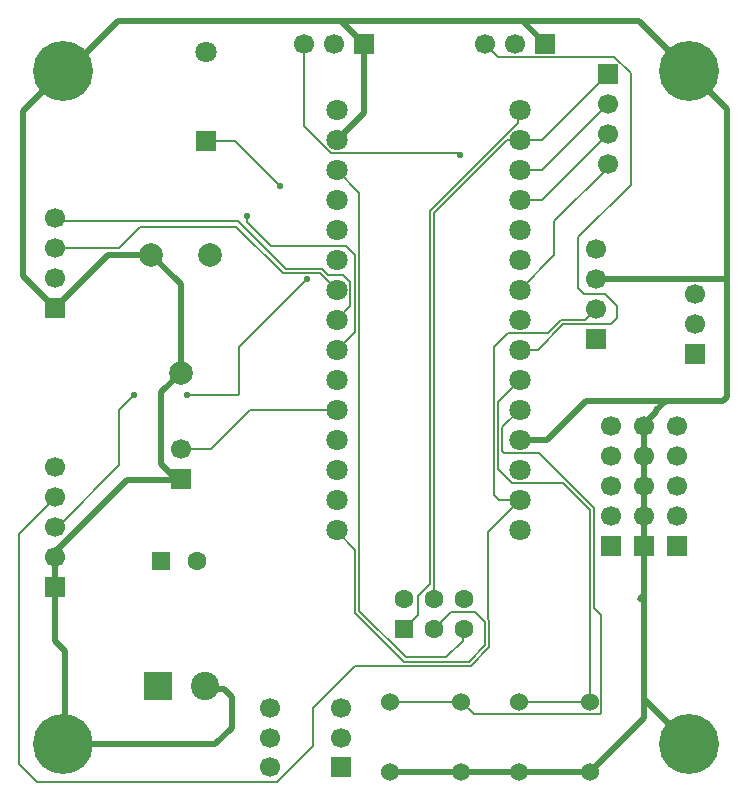
<source format=gbl>
G04*
G04 #@! TF.GenerationSoftware,Altium Limited,Altium Designer,20.0.2 (26)*
G04*
G04 Layer_Physical_Order=2*
G04 Layer_Color=16711680*
%FSLAX24Y24*%
%MOIN*%
G70*
G01*
G75*
%ADD15C,0.0060*%
%ADD34C,0.0200*%
%ADD36C,0.0709*%
%ADD37C,0.2000*%
%ADD38C,0.0600*%
%ADD39C,0.0787*%
%ADD40R,0.0709X0.0709*%
%ADD41C,0.0669*%
%ADD42R,0.0669X0.0669*%
%ADD43R,0.0669X0.0669*%
%ADD44C,0.0630*%
%ADD45R,0.0630X0.0630*%
%ADD46R,0.0945X0.0945*%
%ADD47C,0.0945*%
%ADD48C,0.0220*%
D15*
X20300Y31150D02*
Y33000D01*
X20800Y33500D01*
X18150Y29100D02*
X18250D01*
X20300Y31150D01*
X22550Y33500D02*
X24265D01*
X24300Y33535D02*
Y35100D01*
X24265Y33500D02*
X24300Y33535D01*
Y35100D02*
X26550Y37350D01*
X24650Y33000D02*
X27548D01*
X23350Y31700D02*
X24650Y33000D01*
X22200Y31700D02*
X23350D01*
X27369Y41550D02*
X31650D01*
X26450Y42469D02*
X27369Y41550D01*
X33577Y42556D02*
Y42927D01*
X26450Y42469D02*
Y45200D01*
X24550Y39250D02*
Y39450D01*
X25350Y38450D02*
X27850D01*
X24550Y39250D02*
X25350Y38450D01*
X27850D02*
X28150Y38150D01*
X27548Y35000D02*
X28150Y35602D01*
Y38150D01*
X23196Y41950D02*
X24150D01*
X25650Y40450D01*
X28000Y36452D02*
Y37250D01*
X27750Y37500D02*
X28000Y37250D01*
X27250Y37500D02*
X27750D01*
X27548Y36000D02*
X28000Y36452D01*
X25860Y37690D02*
X27060D01*
X27250Y37500D01*
X24250Y39300D02*
X25860Y37690D01*
X18250Y39300D02*
X24250D01*
X18150Y39400D02*
X18250Y39300D01*
X26998Y37550D02*
X27548Y37000D01*
X25750Y37550D02*
X26998D01*
X21000Y39100D02*
X24200D01*
X25750Y37550D01*
X18150Y38400D02*
X20300D01*
X21000Y39100D01*
X16950Y21200D02*
X17550Y20600D01*
X30660Y27200D02*
Y39638D01*
X30250Y26790D02*
X30660Y27200D01*
Y39638D02*
X33577Y42556D01*
X33220Y42000D02*
X33650D01*
X30800Y39580D02*
X33220Y42000D01*
X32784Y35084D02*
X33256Y35556D01*
X32784Y30166D02*
Y35084D01*
Y30166D02*
X32950Y30000D01*
X34608Y35556D02*
X35042Y35990D01*
X33256Y35556D02*
X34608D01*
X35840Y35990D02*
X36200Y36350D01*
X35042Y35990D02*
X35840D01*
X36580Y41080D02*
Y41200D01*
X34800Y39300D02*
X36580Y41080D01*
X34800Y38150D02*
Y39300D01*
X34380Y41000D02*
X36580Y43200D01*
X33650Y41000D02*
X34380D01*
Y42000D02*
X36580Y44200D01*
X33650Y42000D02*
X34380D01*
X36677Y44777D02*
X36800D01*
X36675Y44775D02*
X36677Y44777D01*
X32599Y28949D02*
X33650Y30000D01*
X32599Y26019D02*
Y28949D01*
Y26019D02*
X32640Y25978D01*
Y25092D02*
Y25978D01*
X32018Y24470D02*
X32640Y25092D01*
X28170Y24470D02*
X32018D01*
X26750Y23050D02*
X28170Y24470D01*
X26750Y21785D02*
Y23050D01*
X25565Y20600D02*
X26750Y21785D01*
X17550Y20600D02*
X25565D01*
X16950Y21200D02*
Y28850D01*
X18150Y30050D01*
Y30100D01*
X32500Y45200D02*
X32925Y44775D01*
X36675D01*
X36800Y44777D02*
X37350Y44227D01*
Y40500D02*
Y44227D01*
X35600Y37050D02*
Y38750D01*
X37350Y40500D01*
X35800Y36850D02*
X36500D01*
X35600Y37050D02*
X35800Y36850D01*
X36900Y36050D02*
Y36450D01*
X36500Y36850D02*
X36900Y36450D01*
X34250Y35000D02*
X35100Y35850D01*
X36700D01*
X36900Y36050D01*
X33650Y35000D02*
X34250D01*
X34300Y31550D02*
X36121Y29729D01*
X32924Y31026D02*
X33400Y30550D01*
X35100D01*
X33140Y31550D02*
X34300D01*
X32930Y31032D02*
Y33280D01*
X32924Y31026D02*
X32930Y31032D01*
X32924Y31026D02*
X32924D01*
X33070Y31620D02*
X33140Y31550D01*
X32950Y30000D02*
X33650D01*
X33070Y32420D02*
X33650Y33000D01*
X33070Y31620D02*
Y32420D01*
X32930Y33280D02*
X33650Y34000D01*
X34380Y40000D02*
X36580Y42200D01*
X33650Y40000D02*
X34380D01*
X33650Y37000D02*
X34800Y38150D01*
X29319Y23281D02*
X31681D01*
X36315Y22850D02*
X36371Y22906D01*
X32112Y22850D02*
X36315D01*
X32500Y25150D02*
Y25920D01*
X31960Y24610D02*
X32500Y25150D01*
X29792Y24610D02*
X31960D01*
X32170Y26250D02*
X32500Y25920D01*
X36121Y26403D02*
Y29729D01*
X35100Y30550D02*
X35981Y29669D01*
X36371Y22906D02*
Y26153D01*
X36121Y26403D02*
X36371Y26153D01*
X31681Y23281D02*
X32112Y22850D01*
X31350Y26250D02*
X32170D01*
X35981Y23281D02*
Y29669D01*
X30800Y39580D02*
X30800Y26700D01*
X33577Y42927D02*
X33650Y43000D01*
X30250Y26150D02*
Y26790D01*
X29800Y25700D02*
X30250Y26150D01*
X29850Y24750D02*
X31200D01*
X30800Y25700D02*
X31350Y26250D01*
X27548Y28952D02*
Y29000D01*
Y28952D02*
X28160Y28340D01*
Y26242D02*
Y28340D01*
Y26242D02*
X29792Y24610D01*
X28300Y26300D02*
X29850Y24750D01*
X28300Y26300D02*
Y40248D01*
X27548Y41000D02*
X28300Y40248D01*
X31745Y25645D02*
X31800Y25700D01*
X31745Y25295D02*
Y25645D01*
X31200Y24750D02*
X31745Y25295D01*
X30800Y25700D02*
Y25750D01*
X33619Y23281D02*
X35981D01*
D34*
X23322Y23700D02*
X23783D01*
X21705Y31195D02*
X22200Y30700D01*
X21705Y31195D02*
Y33587D01*
X22350Y34232D01*
X20550Y30650D02*
X22150D01*
X18150Y28250D02*
X20550Y30650D01*
X18150Y28100D02*
Y28250D01*
X28450Y42902D02*
Y45200D01*
X27700Y45950D02*
X28450Y45200D01*
X18500Y21916D02*
Y24950D01*
X18434Y21850D02*
X18500Y21916D01*
X33650Y32000D02*
X34550D01*
X35981Y20919D02*
X37800Y22738D01*
X35850Y33300D02*
X38517D01*
X23222Y23700D02*
X23322D01*
X27548Y42000D02*
X28450Y42902D01*
X29319Y20919D02*
X31681D01*
X33619D01*
X35981D01*
X37800Y23350D02*
Y26850D01*
Y22738D02*
Y23350D01*
X39300Y21850D01*
X37800Y26850D02*
Y28450D01*
X37650Y26700D02*
X37800Y26850D01*
Y28450D02*
Y29450D01*
Y30450D01*
Y31450D01*
Y32450D01*
X38517Y33300D02*
X40433D01*
X34550Y32000D02*
X35850Y33300D01*
X40550Y37350D02*
Y43041D01*
Y33417D02*
Y37350D01*
X36200D02*
X36204Y37354D01*
X40546D01*
X40550Y37350D01*
X37800Y32450D02*
Y32541D01*
X38203Y32944D01*
Y32986D01*
X38517Y33300D01*
X40433D02*
X40550Y33417D01*
X39300Y44291D02*
X40550Y43041D01*
X37641Y45950D02*
X39300Y44291D01*
X33750Y45950D02*
X37641D01*
X33750D02*
X34500Y45200D01*
X27700Y45950D02*
X33750D01*
X20250D02*
X27700D01*
X18591Y44291D02*
X20250Y45950D01*
X18434Y44291D02*
X18591D01*
X17100Y42957D02*
X18434Y44291D01*
X17100Y37450D02*
Y42957D01*
Y37450D02*
X18150Y36400D01*
X19919Y38168D02*
X21366D01*
X18150Y36400D02*
X19919Y38168D01*
X22350Y34232D02*
Y37184D01*
X21366Y38168D02*
X22350Y37184D01*
X22150Y30650D02*
X22200Y30700D01*
X24050Y22400D02*
Y23433D01*
X23500Y21850D02*
X24050Y22400D01*
X18434Y21850D02*
X23500D01*
X23783Y23700D02*
X24050Y23433D01*
X23159Y23800D02*
X23259Y23900D01*
X18150Y27100D02*
Y28100D01*
Y25300D02*
Y27100D01*
Y25300D02*
X18500Y24950D01*
D36*
X33650Y29000D02*
D03*
Y30000D02*
D03*
Y31000D02*
D03*
Y32000D02*
D03*
Y33000D02*
D03*
Y34000D02*
D03*
Y35000D02*
D03*
Y36000D02*
D03*
Y37000D02*
D03*
Y38000D02*
D03*
Y39000D02*
D03*
Y40000D02*
D03*
Y41000D02*
D03*
Y42000D02*
D03*
Y43000D02*
D03*
X27548Y29000D02*
D03*
Y30000D02*
D03*
Y31000D02*
D03*
Y32000D02*
D03*
Y33000D02*
D03*
Y34000D02*
D03*
Y35000D02*
D03*
Y36000D02*
D03*
Y37000D02*
D03*
Y38000D02*
D03*
Y39000D02*
D03*
Y40000D02*
D03*
Y41000D02*
D03*
Y42000D02*
D03*
Y43000D02*
D03*
X23196Y44942D02*
D03*
D37*
X39300Y44291D02*
D03*
X18434Y21850D02*
D03*
X39300D02*
D03*
X18434Y44291D02*
D03*
D38*
X29319Y20919D02*
D03*
X31681D02*
D03*
X29319Y23281D02*
D03*
X31681D02*
D03*
X33619Y20919D02*
D03*
X35981D02*
D03*
X33619Y23281D02*
D03*
X35981D02*
D03*
D39*
X23334Y38168D02*
D03*
X22350Y34232D02*
D03*
X21366Y38168D02*
D03*
D40*
X23196Y41950D02*
D03*
D41*
X36580Y41200D02*
D03*
Y42200D02*
D03*
Y43200D02*
D03*
X36200Y38350D02*
D03*
Y37350D02*
D03*
Y36350D02*
D03*
X38900Y32450D02*
D03*
Y31450D02*
D03*
Y30450D02*
D03*
Y29450D02*
D03*
X37800Y32450D02*
D03*
Y31450D02*
D03*
Y30450D02*
D03*
Y29450D02*
D03*
X36700Y32450D02*
D03*
Y31450D02*
D03*
Y30450D02*
D03*
Y29450D02*
D03*
X32500Y45200D02*
D03*
X33500D02*
D03*
X26450Y45200D02*
D03*
X27450D02*
D03*
X27681Y23055D02*
D03*
Y22070D02*
D03*
X25319Y23055D02*
D03*
Y22070D02*
D03*
Y21086D02*
D03*
X39500Y36859D02*
D03*
Y35859D02*
D03*
X18150Y28100D02*
D03*
Y29100D02*
D03*
Y30100D02*
D03*
Y31100D02*
D03*
Y37400D02*
D03*
Y38400D02*
D03*
Y39400D02*
D03*
X22350Y31700D02*
D03*
D42*
X36580Y44200D02*
D03*
X36200Y35350D02*
D03*
X34500Y45200D02*
D03*
X28450Y45200D02*
D03*
X27681Y21086D02*
D03*
X18150Y27100D02*
D03*
Y36400D02*
D03*
X22350Y30700D02*
D03*
D43*
X38900Y28450D02*
D03*
X37800D02*
D03*
X36700D02*
D03*
X39500Y34859D02*
D03*
D44*
X31800Y26700D02*
D03*
Y25700D02*
D03*
X30800Y26700D02*
D03*
Y25700D02*
D03*
X29800Y26700D02*
D03*
X22891Y27950D02*
D03*
D45*
X29800Y25700D02*
D03*
X21709Y27950D02*
D03*
D46*
X21600Y23800D02*
D03*
D47*
X23159D02*
D03*
D48*
X22550Y33500D02*
D03*
X20800D02*
D03*
X26550Y37350D02*
D03*
X31650Y41500D02*
D03*
X24550Y39450D02*
D03*
X25650Y40450D02*
D03*
M02*

</source>
